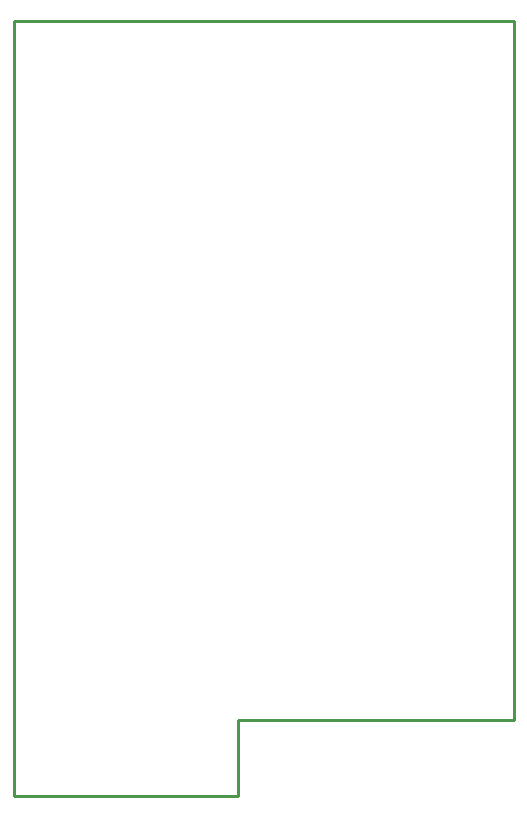
<source format=gko>
%FSLAX23Y23*%
%MOIN*%
G70*
G01*
G75*
G04 Layer_Color=16711935*
%ADD10O,0.063X0.012*%
%ADD11O,0.012X0.063*%
%ADD12R,0.035X0.031*%
%ADD13R,0.075X0.043*%
%ADD14R,0.110X0.030*%
%ADD15R,0.039X0.059*%
%ADD16R,0.035X0.028*%
%ADD17R,0.028X0.035*%
%ADD18R,0.100X0.100*%
%ADD19O,0.010X0.030*%
%ADD20O,0.030X0.010*%
%ADD21R,0.031X0.035*%
%ADD22R,0.132X0.085*%
%ADD23C,0.010*%
%ADD24C,0.015*%
%ADD25C,0.008*%
%ADD26C,0.025*%
G04:AMPARAMS|DCode=27|XSize=70mil|YSize=70mil|CornerRadius=0mil|HoleSize=0mil|Usage=FLASHONLY|Rotation=90.000|XOffset=0mil|YOffset=0mil|HoleType=Round|Shape=Octagon|*
%AMOCTAGOND27*
4,1,8,0.018,0.035,-0.018,0.035,-0.035,0.018,-0.035,-0.018,-0.018,-0.035,0.018,-0.035,0.035,-0.018,0.035,0.018,0.018,0.035,0.0*
%
%ADD27OCTAGOND27*%

%ADD28C,0.100*%
%ADD29C,0.059*%
%ADD30R,0.059X0.059*%
%ADD31R,0.059X0.059*%
%ADD32C,0.030*%
%ADD33C,0.025*%
%ADD34C,0.020*%
%ADD35C,0.010*%
%ADD36C,0.024*%
%ADD37C,0.010*%
%ADD38C,0.006*%
%ADD39C,0.008*%
%ADD40C,0.005*%
%ADD41O,0.071X0.020*%
%ADD42O,0.020X0.071*%
%ADD43R,0.043X0.039*%
%ADD44R,0.083X0.051*%
%ADD45R,0.047X0.067*%
%ADD46R,0.043X0.036*%
%ADD47R,0.036X0.043*%
%ADD48R,0.108X0.108*%
%ADD49O,0.018X0.038*%
%ADD50O,0.038X0.018*%
%ADD51R,0.039X0.043*%
%ADD52R,0.140X0.093*%
G04:AMPARAMS|DCode=53|XSize=78mil|YSize=78mil|CornerRadius=0mil|HoleSize=0mil|Usage=FLASHONLY|Rotation=90.000|XOffset=0mil|YOffset=0mil|HoleType=Round|Shape=Octagon|*
%AMOCTAGOND53*
4,1,8,0.020,0.039,-0.020,0.039,-0.039,0.020,-0.039,-0.020,-0.020,-0.039,0.020,-0.039,0.039,-0.020,0.039,0.020,0.020,0.039,0.0*
%
%ADD53OCTAGOND53*%

%ADD54C,0.108*%
%ADD55C,0.067*%
%ADD56R,0.067X0.067*%
%ADD57R,0.067X0.067*%
%ADD58C,0.028*%
D23*
X5385Y2090D02*
Y4675D01*
X7050D01*
Y2345D02*
Y4675D01*
X6130Y2345D02*
X7050D01*
X6130Y2090D02*
Y2345D01*
X5385Y2090D02*
X6130D01*
M02*

</source>
